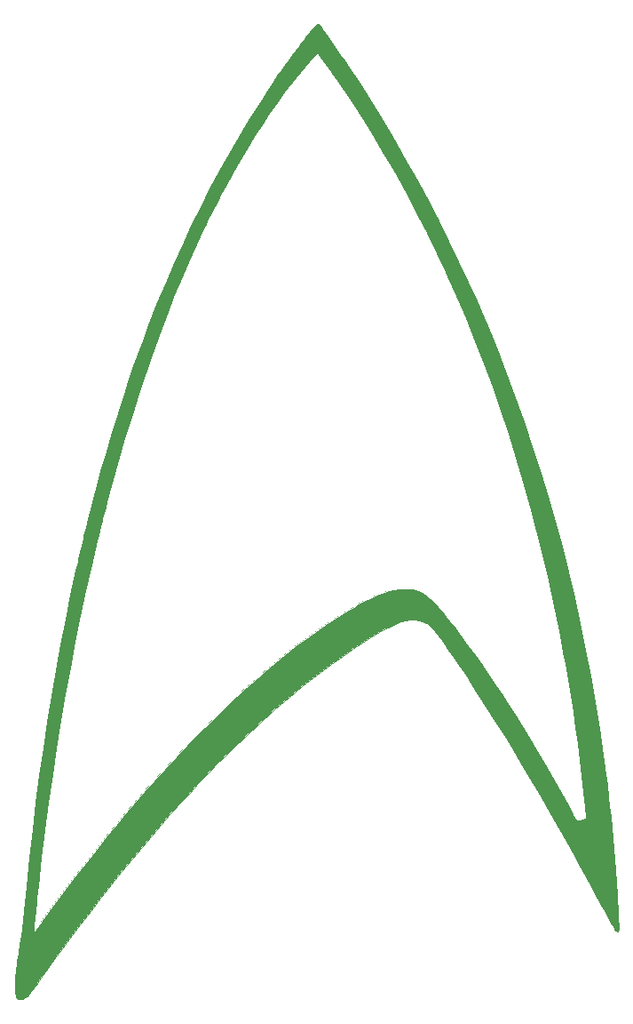
<source format=gbr>
G04 #@! TF.GenerationSoftware,KiCad,Pcbnew,5.1.4-e60b266~84~ubuntu18.04.1*
G04 #@! TF.CreationDate,2019-09-14T19:56:36-06:00*
G04 #@! TF.ProjectId,001,3030312e-6b69-4636-9164-5f7063625858,1*
G04 #@! TF.SameCoordinates,Original*
G04 #@! TF.FileFunction,Legend,Top*
G04 #@! TF.FilePolarity,Positive*
%FSLAX46Y46*%
G04 Gerber Fmt 4.6, Leading zero omitted, Abs format (unit mm)*
G04 Created by KiCad (PCBNEW 5.1.4-e60b266~84~ubuntu18.04.1) date 2019-09-14 19:56:36*
%MOMM*%
%LPD*%
G04 APERTURE LIST*
%ADD10C,0.010000*%
G04 APERTURE END LIST*
D10*
G36*
X138346958Y-39200321D02*
G01*
X138393287Y-39217368D01*
X138396674Y-39219800D01*
X138421970Y-39247766D01*
X138469427Y-39308356D01*
X138537386Y-39399197D01*
X138624190Y-39517916D01*
X138728182Y-39662140D01*
X138847703Y-39829496D01*
X138981096Y-40017611D01*
X139126702Y-40224112D01*
X139282865Y-40446625D01*
X139447926Y-40682778D01*
X139620228Y-40930198D01*
X139798113Y-41186512D01*
X139979922Y-41449346D01*
X140163999Y-41716328D01*
X140348685Y-41985084D01*
X140532323Y-42253242D01*
X140713255Y-42518429D01*
X140889823Y-42778271D01*
X141060369Y-43030395D01*
X141106351Y-43098592D01*
X142241623Y-44813467D01*
X143362099Y-46565761D01*
X144466291Y-48352708D01*
X145552711Y-50171538D01*
X146619870Y-52019485D01*
X147666280Y-53893780D01*
X148690452Y-55791656D01*
X149690899Y-57710345D01*
X150666132Y-59647079D01*
X151614662Y-61599091D01*
X152535001Y-63563612D01*
X153425660Y-65537875D01*
X154285152Y-67519112D01*
X154457876Y-67927092D01*
X155379398Y-70164883D01*
X156268371Y-72428995D01*
X157124506Y-74718340D01*
X157947517Y-77031830D01*
X158737116Y-79368377D01*
X159493014Y-81726892D01*
X160214926Y-84106288D01*
X160902562Y-86505477D01*
X161555636Y-88923370D01*
X162173859Y-91358878D01*
X162756946Y-93810915D01*
X163304607Y-96278392D01*
X163816555Y-98760220D01*
X164292503Y-101255312D01*
X164732163Y-103762580D01*
X165135247Y-106280935D01*
X165501469Y-108809289D01*
X165740262Y-110620259D01*
X165868527Y-111656236D01*
X165988599Y-112671941D01*
X166101122Y-113674089D01*
X166206737Y-114669396D01*
X166306089Y-115664578D01*
X166399819Y-116666352D01*
X166488571Y-117681434D01*
X166572986Y-118716539D01*
X166653709Y-119778384D01*
X166731382Y-120873685D01*
X166755189Y-121224759D01*
X166793161Y-121798068D01*
X166827319Y-122329492D01*
X166857675Y-122819305D01*
X166884241Y-123267782D01*
X166907028Y-123675198D01*
X166926049Y-124041826D01*
X166941315Y-124367943D01*
X166952839Y-124653822D01*
X166960632Y-124899739D01*
X166964707Y-125105967D01*
X166965076Y-125272782D01*
X166961749Y-125400458D01*
X166954740Y-125489270D01*
X166944061Y-125539492D01*
X166943089Y-125541763D01*
X166919565Y-125577261D01*
X166882417Y-125592741D01*
X166830362Y-125595676D01*
X166755765Y-125586118D01*
X166703898Y-125553599D01*
X166698600Y-125548051D01*
X166665524Y-125503935D01*
X166613577Y-125423570D01*
X166543475Y-125308240D01*
X166455931Y-125159225D01*
X166351659Y-124977809D01*
X166231373Y-124765273D01*
X166095788Y-124522901D01*
X165945618Y-124251974D01*
X165781577Y-123953775D01*
X165604379Y-123629585D01*
X165414737Y-123280688D01*
X165213368Y-122908366D01*
X165000983Y-122513901D01*
X164797754Y-122134926D01*
X164040127Y-120728933D01*
X163273910Y-119325459D01*
X162500452Y-117926757D01*
X161721099Y-116535079D01*
X160937202Y-115152677D01*
X160150107Y-113781804D01*
X159361163Y-112424711D01*
X158571719Y-111083651D01*
X157783122Y-109760877D01*
X156996721Y-108458639D01*
X156213865Y-107179192D01*
X155435901Y-105924787D01*
X154664178Y-104697676D01*
X153900044Y-103500112D01*
X153144847Y-102334346D01*
X152399935Y-101202632D01*
X151666658Y-100107221D01*
X151201930Y-99423092D01*
X150937029Y-99036588D01*
X150693479Y-98683901D01*
X150469750Y-98363230D01*
X150264312Y-98072778D01*
X150075633Y-97810743D01*
X149902184Y-97575326D01*
X149742434Y-97364728D01*
X149594852Y-97177149D01*
X149457909Y-97010789D01*
X149330073Y-96863848D01*
X149209814Y-96734527D01*
X149095602Y-96621027D01*
X148985906Y-96521547D01*
X148879195Y-96434287D01*
X148773940Y-96357449D01*
X148668610Y-96289233D01*
X148561675Y-96227838D01*
X148451603Y-96171465D01*
X148426409Y-96159366D01*
X148230343Y-96071284D01*
X148056678Y-96005729D01*
X147893889Y-95959908D01*
X147730453Y-95931026D01*
X147554844Y-95916290D01*
X147409653Y-95912845D01*
X147249864Y-95914685D01*
X147107137Y-95922891D01*
X146968849Y-95939149D01*
X146822379Y-95965148D01*
X146655106Y-96002577D01*
X146556248Y-96026981D01*
X146273443Y-96107491D01*
X145971807Y-96211150D01*
X145650412Y-96338477D01*
X145308332Y-96489992D01*
X144944638Y-96666214D01*
X144558403Y-96867662D01*
X144148700Y-97094857D01*
X143714602Y-97348317D01*
X143255180Y-97628562D01*
X142769508Y-97936112D01*
X142256659Y-98271485D01*
X141715705Y-98635201D01*
X141145718Y-99027779D01*
X140932653Y-99176683D01*
X139572468Y-100152036D01*
X138227152Y-101159714D01*
X136894995Y-102201137D01*
X135574288Y-103277727D01*
X134263320Y-104390906D01*
X132960382Y-105542095D01*
X131663764Y-106732716D01*
X130412856Y-107924321D01*
X129535276Y-108785249D01*
X128654984Y-109669115D01*
X127771154Y-110576885D01*
X126882959Y-111509525D01*
X125989574Y-112467999D01*
X125090171Y-113453273D01*
X124183926Y-114466313D01*
X123270010Y-115508084D01*
X122347599Y-116579552D01*
X121415866Y-117681681D01*
X120473984Y-118815438D01*
X119521128Y-119981787D01*
X118556471Y-121181695D01*
X117579187Y-122416126D01*
X116588450Y-123686047D01*
X115583433Y-124992422D01*
X114563310Y-126336217D01*
X113903173Y-127214926D01*
X113712891Y-127469220D01*
X113545354Y-127693234D01*
X113397961Y-127890595D01*
X113268112Y-128064931D01*
X113153204Y-128219869D01*
X113050638Y-128359035D01*
X112957811Y-128486056D01*
X112872124Y-128604561D01*
X112790975Y-128718176D01*
X112711763Y-128830528D01*
X112631887Y-128945244D01*
X112548747Y-129065952D01*
X112459740Y-129196278D01*
X112362267Y-129339851D01*
X112253726Y-129500296D01*
X112131517Y-129681241D01*
X112081765Y-129754926D01*
X111891868Y-130035711D01*
X111723235Y-130283926D01*
X111573824Y-130502342D01*
X111441594Y-130693730D01*
X111324503Y-130860860D01*
X111220510Y-131006504D01*
X111127574Y-131133433D01*
X111043654Y-131244418D01*
X110966708Y-131342229D01*
X110894694Y-131429638D01*
X110825571Y-131509415D01*
X110757299Y-131584331D01*
X110687835Y-131657158D01*
X110657832Y-131687769D01*
X110509100Y-131830166D01*
X110375765Y-131939364D01*
X110252633Y-132019153D01*
X110134511Y-132073321D01*
X110124570Y-132076854D01*
X110011676Y-132106828D01*
X109913553Y-132109441D01*
X109812999Y-132085076D01*
X109809710Y-132083913D01*
X109706764Y-132029257D01*
X109620451Y-131943228D01*
X109548984Y-131823115D01*
X109490573Y-131666210D01*
X109461885Y-131556901D01*
X109451365Y-131504127D01*
X109443143Y-131443614D01*
X109436983Y-131369872D01*
X109432653Y-131277409D01*
X109429919Y-131160734D01*
X109428547Y-131014356D01*
X109428302Y-130832784D01*
X109428413Y-130770926D01*
X109429852Y-130577449D01*
X109433507Y-130390509D01*
X109439769Y-130206542D01*
X109449030Y-130021985D01*
X109461683Y-129833275D01*
X109478120Y-129636848D01*
X109498732Y-129429142D01*
X109523911Y-129206593D01*
X109554050Y-128965639D01*
X109589541Y-128702716D01*
X109630775Y-128414261D01*
X109678145Y-128096712D01*
X109732042Y-127746504D01*
X109792859Y-127360075D01*
X109827795Y-127140842D01*
X109876508Y-126836107D01*
X109919182Y-126568241D01*
X109956455Y-126332310D01*
X109988963Y-126123380D01*
X110017342Y-125936517D01*
X110042230Y-125766785D01*
X110064261Y-125609252D01*
X110084073Y-125458983D01*
X110102302Y-125311042D01*
X110119585Y-125160497D01*
X110136558Y-125002412D01*
X110153856Y-124831853D01*
X110172118Y-124643886D01*
X110191979Y-124433577D01*
X110214076Y-124195991D01*
X110230479Y-124018759D01*
X110259244Y-123721357D01*
X111914960Y-123721357D01*
X111915802Y-123753735D01*
X111919099Y-123770895D01*
X111923877Y-123775342D01*
X111939452Y-123759477D01*
X111977568Y-123714875D01*
X112034533Y-123646029D01*
X112106659Y-123557429D01*
X112190255Y-123453566D01*
X112258635Y-123367884D01*
X112427003Y-123154737D01*
X112618965Y-122909056D01*
X112834716Y-122630584D01*
X113074453Y-122319066D01*
X113338372Y-121974247D01*
X113626670Y-121595870D01*
X113939543Y-121183679D01*
X114156807Y-120896676D01*
X115341817Y-119347103D01*
X116522787Y-117837708D01*
X117701264Y-116366706D01*
X118878793Y-114932310D01*
X120056917Y-113532736D01*
X121237182Y-112166198D01*
X122421133Y-110830910D01*
X123610315Y-109525088D01*
X124806272Y-108246944D01*
X126010549Y-106994694D01*
X127224692Y-105766553D01*
X127389318Y-105602626D01*
X128430630Y-104580201D01*
X129458192Y-103596620D01*
X130473027Y-102651055D01*
X131476153Y-101742677D01*
X132468591Y-100870657D01*
X133451361Y-100034166D01*
X134425484Y-99232375D01*
X135391979Y-98464455D01*
X136351867Y-97729577D01*
X137306167Y-97026913D01*
X138255901Y-96355633D01*
X139202089Y-95714908D01*
X140145750Y-95103910D01*
X140847986Y-94667397D01*
X141382373Y-94347024D01*
X141889070Y-94055668D01*
X142370303Y-93792394D01*
X142828300Y-93556268D01*
X143265286Y-93346354D01*
X143683489Y-93161718D01*
X144085136Y-93001426D01*
X144472453Y-92864542D01*
X144847666Y-92750132D01*
X145213003Y-92657261D01*
X145570689Y-92584995D01*
X145922953Y-92532398D01*
X145938570Y-92530496D01*
X146069549Y-92518806D01*
X146230143Y-92510902D01*
X146410286Y-92506706D01*
X146599912Y-92506142D01*
X146788954Y-92509132D01*
X146967348Y-92515599D01*
X147125028Y-92525465D01*
X147251927Y-92538654D01*
X147266199Y-92540692D01*
X147506839Y-92583322D01*
X147738668Y-92639139D01*
X147963895Y-92709798D01*
X148184728Y-92796953D01*
X148403378Y-92902261D01*
X148622051Y-93027376D01*
X148842959Y-93173952D01*
X149068308Y-93343645D01*
X149300309Y-93538110D01*
X149541170Y-93759002D01*
X149793099Y-94007976D01*
X150058307Y-94286687D01*
X150339001Y-94596789D01*
X150637390Y-94939939D01*
X150927467Y-95283881D01*
X151321088Y-95764787D01*
X151731374Y-96282250D01*
X152157134Y-96834447D01*
X152597175Y-97419552D01*
X153050304Y-98035741D01*
X153515331Y-98681190D01*
X153991062Y-99354072D01*
X154476306Y-100052565D01*
X154969871Y-100774842D01*
X155470565Y-101519080D01*
X155977196Y-102283453D01*
X156488571Y-103066137D01*
X157003499Y-103865307D01*
X157520787Y-104679139D01*
X158039243Y-105505808D01*
X158557676Y-106343488D01*
X159074894Y-107190356D01*
X159589704Y-108044586D01*
X160100914Y-108904354D01*
X160607332Y-109767835D01*
X161107766Y-110633205D01*
X161601025Y-111498638D01*
X162085916Y-112362311D01*
X162094149Y-112377092D01*
X162280763Y-112711517D01*
X162453728Y-113020166D01*
X162612411Y-113301939D01*
X162756177Y-113555739D01*
X162884393Y-113780467D01*
X162996426Y-113975024D01*
X163091640Y-114138312D01*
X163169402Y-114269233D01*
X163229079Y-114366688D01*
X163270036Y-114429578D01*
X163291639Y-114456805D01*
X163294667Y-114457541D01*
X163293744Y-114435538D01*
X163288108Y-114379110D01*
X163278596Y-114295799D01*
X163266046Y-114193146D01*
X163259870Y-114144509D01*
X163252019Y-114080521D01*
X163239887Y-113977768D01*
X163223848Y-113839559D01*
X163204278Y-113669206D01*
X163181551Y-113470018D01*
X163156044Y-113245306D01*
X163128131Y-112998380D01*
X163098188Y-112732552D01*
X163066589Y-112451131D01*
X163033711Y-112157428D01*
X162999928Y-111854754D01*
X162977957Y-111657426D01*
X162917071Y-111112186D01*
X162859889Y-110604846D01*
X162805888Y-110131185D01*
X162754544Y-109686982D01*
X162705332Y-109268015D01*
X162657727Y-108870063D01*
X162611205Y-108488905D01*
X162565242Y-108120320D01*
X162519314Y-107760085D01*
X162472895Y-107403980D01*
X162425462Y-107047784D01*
X162376491Y-106687275D01*
X162325455Y-106318232D01*
X162271832Y-105936434D01*
X162235116Y-105677842D01*
X161872239Y-103263430D01*
X161471873Y-100847856D01*
X161034743Y-98434393D01*
X160561573Y-96026312D01*
X160053090Y-93626887D01*
X159510016Y-91239390D01*
X158933077Y-88867092D01*
X158322998Y-86513267D01*
X157680502Y-84181187D01*
X157006316Y-81874124D01*
X156846657Y-81346759D01*
X156774836Y-81111260D01*
X156709922Y-80898910D01*
X156650322Y-80704661D01*
X156594444Y-80523466D01*
X156540693Y-80350275D01*
X156487478Y-80180042D01*
X156433205Y-80007719D01*
X156376281Y-79828257D01*
X156315112Y-79636610D01*
X156248107Y-79427730D01*
X156173671Y-79196568D01*
X156090212Y-78938076D01*
X155996136Y-78647208D01*
X155938156Y-78468092D01*
X155307354Y-76566821D01*
X154644515Y-74659837D01*
X153952139Y-72753594D01*
X153232723Y-70854545D01*
X152488766Y-68969146D01*
X151722765Y-67103848D01*
X150937220Y-65265108D01*
X150134628Y-63459377D01*
X150092097Y-63365676D01*
X149452061Y-61979319D01*
X148792356Y-60593718D01*
X148116163Y-59215113D01*
X147426665Y-57849745D01*
X146727042Y-56503854D01*
X146020476Y-55183681D01*
X145310149Y-53895466D01*
X144842139Y-53068092D01*
X144529193Y-52522981D01*
X144223909Y-51996330D01*
X143924304Y-51485029D01*
X143628395Y-50985965D01*
X143334200Y-50496027D01*
X143039735Y-50012104D01*
X142743019Y-49531084D01*
X142442069Y-49049855D01*
X142134902Y-48565306D01*
X141819535Y-48074326D01*
X141493986Y-47573803D01*
X141156273Y-47060626D01*
X140804412Y-46531683D01*
X140436422Y-45983862D01*
X140050319Y-45414053D01*
X139644120Y-44819143D01*
X139215844Y-44196021D01*
X138869144Y-43694116D01*
X138730026Y-43494236D01*
X138609755Y-43327485D01*
X138504477Y-43193780D01*
X138410338Y-43093042D01*
X138323486Y-43025191D01*
X138240066Y-42990146D01*
X138156227Y-42987828D01*
X138068115Y-43018155D01*
X137971877Y-43081048D01*
X137863659Y-43176427D01*
X137739608Y-43304210D01*
X137595872Y-43464319D01*
X137428596Y-43656672D01*
X137422270Y-43663984D01*
X137207143Y-43917587D01*
X136972282Y-44203464D01*
X136720365Y-44517976D01*
X136454069Y-44857481D01*
X136176071Y-45218340D01*
X135889049Y-45596912D01*
X135595678Y-45989557D01*
X135298638Y-46392635D01*
X135000605Y-46802506D01*
X134704256Y-47215528D01*
X134412268Y-47628063D01*
X134127319Y-48036469D01*
X133852086Y-48437107D01*
X133589246Y-48826335D01*
X133341476Y-49200515D01*
X133270650Y-49309035D01*
X132544650Y-50446650D01*
X131836306Y-51599968D01*
X131143300Y-52773105D01*
X130463315Y-53970178D01*
X129794031Y-55195304D01*
X129133133Y-56452598D01*
X128478300Y-57746178D01*
X128186274Y-58338592D01*
X127442102Y-59894242D01*
X126711383Y-61489846D01*
X125994190Y-63125195D01*
X125290598Y-64800081D01*
X124600680Y-66514293D01*
X123924512Y-68267622D01*
X123262168Y-70059859D01*
X122613721Y-71890794D01*
X121979246Y-73760219D01*
X121358817Y-75667924D01*
X120752509Y-77613699D01*
X120160395Y-79597335D01*
X119582550Y-81618623D01*
X119019049Y-83677354D01*
X118508693Y-85622426D01*
X118460738Y-85809487D01*
X118415815Y-85985702D01*
X118375089Y-86146432D01*
X118339724Y-86287041D01*
X118310882Y-86402892D01*
X118289728Y-86489347D01*
X118277426Y-86541768D01*
X118274960Y-86553759D01*
X118267755Y-86587283D01*
X118251480Y-86657342D01*
X118227232Y-86759380D01*
X118196110Y-86888839D01*
X118159212Y-87041162D01*
X118117637Y-87211789D01*
X118072485Y-87396165D01*
X118042816Y-87516842D01*
X117420697Y-90104648D01*
X116831487Y-92680891D01*
X116276216Y-95241012D01*
X116000983Y-96565592D01*
X115808959Y-97511230D01*
X115622940Y-98442513D01*
X115442573Y-99361737D01*
X115267505Y-100271196D01*
X115097385Y-101173185D01*
X114931861Y-102069998D01*
X114770580Y-102963929D01*
X114613190Y-103857275D01*
X114459339Y-104752328D01*
X114308674Y-105651384D01*
X114160844Y-106556738D01*
X114015496Y-107470684D01*
X113872278Y-108395516D01*
X113730839Y-109333529D01*
X113590824Y-110287019D01*
X113451884Y-111258279D01*
X113313665Y-112249604D01*
X113175814Y-113263288D01*
X113037981Y-114301628D01*
X112899812Y-115366916D01*
X112760956Y-116461448D01*
X112621061Y-117587518D01*
X112479773Y-118747421D01*
X112336742Y-119943451D01*
X112191614Y-121177904D01*
X112093415Y-122024293D01*
X112056739Y-122342921D01*
X112024877Y-122621955D01*
X111997593Y-122863833D01*
X111974651Y-123070992D01*
X111955815Y-123245871D01*
X111940848Y-123390905D01*
X111929515Y-123508534D01*
X111921580Y-123601193D01*
X111916807Y-123671322D01*
X111914960Y-123721357D01*
X110259244Y-123721357D01*
X110494652Y-121287476D01*
X110778385Y-118593260D01*
X111081756Y-115935590D01*
X111404845Y-113313949D01*
X111747731Y-110727817D01*
X112110494Y-108176675D01*
X112493211Y-105660004D01*
X112895964Y-103177286D01*
X113318830Y-100728002D01*
X113761889Y-98311632D01*
X114225221Y-95927658D01*
X114708904Y-93575560D01*
X115213017Y-91254821D01*
X115267945Y-91009342D01*
X115329528Y-90736360D01*
X115395623Y-90446053D01*
X115465300Y-90142345D01*
X115537631Y-89829157D01*
X115611687Y-89510413D01*
X115686539Y-89190035D01*
X115761257Y-88871947D01*
X115834914Y-88560070D01*
X115906581Y-88258327D01*
X115975327Y-87970642D01*
X116040226Y-87700936D01*
X116100347Y-87453132D01*
X116154763Y-87231154D01*
X116202543Y-87038923D01*
X116242760Y-86880363D01*
X116272863Y-86765426D01*
X116293011Y-86689414D01*
X116321932Y-86579002D01*
X116357910Y-86440799D01*
X116399230Y-86281418D01*
X116444179Y-86107471D01*
X116491040Y-85925570D01*
X116528136Y-85781176D01*
X116882944Y-84415580D01*
X117236976Y-83088000D01*
X117591483Y-81794166D01*
X117947716Y-80529809D01*
X118306927Y-79290660D01*
X118670367Y-78072448D01*
X119039288Y-76870905D01*
X119414941Y-75681762D01*
X119798578Y-74500749D01*
X120101903Y-73589176D01*
X120799047Y-71561993D01*
X121515023Y-69572066D01*
X122250221Y-67618545D01*
X123005031Y-65700581D01*
X123779843Y-63817323D01*
X124575047Y-61967923D01*
X125391034Y-60151530D01*
X126228192Y-58367296D01*
X127086913Y-56614370D01*
X127967586Y-54891902D01*
X128870601Y-53199044D01*
X129796348Y-51534946D01*
X130745218Y-49898757D01*
X131714283Y-48295009D01*
X132015896Y-47810390D01*
X132333653Y-47308276D01*
X132664994Y-46792404D01*
X133007361Y-46266512D01*
X133358195Y-45734336D01*
X133714937Y-45199612D01*
X134075029Y-44666079D01*
X134435911Y-44137473D01*
X134795025Y-43617531D01*
X135149812Y-43109989D01*
X135497713Y-42618586D01*
X135836169Y-42147056D01*
X136162621Y-41699139D01*
X136474511Y-41278570D01*
X136769279Y-40889086D01*
X136914189Y-40701051D01*
X136991864Y-40600308D01*
X137059755Y-40511029D01*
X137113876Y-40438555D01*
X137150243Y-40388228D01*
X137164872Y-40365391D01*
X137164986Y-40364850D01*
X137178005Y-40342742D01*
X137214296Y-40293484D01*
X137269709Y-40222179D01*
X137340096Y-40133930D01*
X137421308Y-40033839D01*
X137509195Y-39927009D01*
X137599609Y-39818543D01*
X137688400Y-39713543D01*
X137771420Y-39617112D01*
X137793902Y-39591389D01*
X137915290Y-39456585D01*
X138015980Y-39353252D01*
X138099758Y-39278325D01*
X138170411Y-39228742D01*
X138231725Y-39201438D01*
X138285818Y-39193342D01*
X138346958Y-39200321D01*
X138346958Y-39200321D01*
G37*
X138346958Y-39200321D02*
X138393287Y-39217368D01*
X138396674Y-39219800D01*
X138421970Y-39247766D01*
X138469427Y-39308356D01*
X138537386Y-39399197D01*
X138624190Y-39517916D01*
X138728182Y-39662140D01*
X138847703Y-39829496D01*
X138981096Y-40017611D01*
X139126702Y-40224112D01*
X139282865Y-40446625D01*
X139447926Y-40682778D01*
X139620228Y-40930198D01*
X139798113Y-41186512D01*
X139979922Y-41449346D01*
X140163999Y-41716328D01*
X140348685Y-41985084D01*
X140532323Y-42253242D01*
X140713255Y-42518429D01*
X140889823Y-42778271D01*
X141060369Y-43030395D01*
X141106351Y-43098592D01*
X142241623Y-44813467D01*
X143362099Y-46565761D01*
X144466291Y-48352708D01*
X145552711Y-50171538D01*
X146619870Y-52019485D01*
X147666280Y-53893780D01*
X148690452Y-55791656D01*
X149690899Y-57710345D01*
X150666132Y-59647079D01*
X151614662Y-61599091D01*
X152535001Y-63563612D01*
X153425660Y-65537875D01*
X154285152Y-67519112D01*
X154457876Y-67927092D01*
X155379398Y-70164883D01*
X156268371Y-72428995D01*
X157124506Y-74718340D01*
X157947517Y-77031830D01*
X158737116Y-79368377D01*
X159493014Y-81726892D01*
X160214926Y-84106288D01*
X160902562Y-86505477D01*
X161555636Y-88923370D01*
X162173859Y-91358878D01*
X162756946Y-93810915D01*
X163304607Y-96278392D01*
X163816555Y-98760220D01*
X164292503Y-101255312D01*
X164732163Y-103762580D01*
X165135247Y-106280935D01*
X165501469Y-108809289D01*
X165740262Y-110620259D01*
X165868527Y-111656236D01*
X165988599Y-112671941D01*
X166101122Y-113674089D01*
X166206737Y-114669396D01*
X166306089Y-115664578D01*
X166399819Y-116666352D01*
X166488571Y-117681434D01*
X166572986Y-118716539D01*
X166653709Y-119778384D01*
X166731382Y-120873685D01*
X166755189Y-121224759D01*
X166793161Y-121798068D01*
X166827319Y-122329492D01*
X166857675Y-122819305D01*
X166884241Y-123267782D01*
X166907028Y-123675198D01*
X166926049Y-124041826D01*
X166941315Y-124367943D01*
X166952839Y-124653822D01*
X166960632Y-124899739D01*
X166964707Y-125105967D01*
X166965076Y-125272782D01*
X166961749Y-125400458D01*
X166954740Y-125489270D01*
X166944061Y-125539492D01*
X166943089Y-125541763D01*
X166919565Y-125577261D01*
X166882417Y-125592741D01*
X166830362Y-125595676D01*
X166755765Y-125586118D01*
X166703898Y-125553599D01*
X166698600Y-125548051D01*
X166665524Y-125503935D01*
X166613577Y-125423570D01*
X166543475Y-125308240D01*
X166455931Y-125159225D01*
X166351659Y-124977809D01*
X166231373Y-124765273D01*
X166095788Y-124522901D01*
X165945618Y-124251974D01*
X165781577Y-123953775D01*
X165604379Y-123629585D01*
X165414737Y-123280688D01*
X165213368Y-122908366D01*
X165000983Y-122513901D01*
X164797754Y-122134926D01*
X164040127Y-120728933D01*
X163273910Y-119325459D01*
X162500452Y-117926757D01*
X161721099Y-116535079D01*
X160937202Y-115152677D01*
X160150107Y-113781804D01*
X159361163Y-112424711D01*
X158571719Y-111083651D01*
X157783122Y-109760877D01*
X156996721Y-108458639D01*
X156213865Y-107179192D01*
X155435901Y-105924787D01*
X154664178Y-104697676D01*
X153900044Y-103500112D01*
X153144847Y-102334346D01*
X152399935Y-101202632D01*
X151666658Y-100107221D01*
X151201930Y-99423092D01*
X150937029Y-99036588D01*
X150693479Y-98683901D01*
X150469750Y-98363230D01*
X150264312Y-98072778D01*
X150075633Y-97810743D01*
X149902184Y-97575326D01*
X149742434Y-97364728D01*
X149594852Y-97177149D01*
X149457909Y-97010789D01*
X149330073Y-96863848D01*
X149209814Y-96734527D01*
X149095602Y-96621027D01*
X148985906Y-96521547D01*
X148879195Y-96434287D01*
X148773940Y-96357449D01*
X148668610Y-96289233D01*
X148561675Y-96227838D01*
X148451603Y-96171465D01*
X148426409Y-96159366D01*
X148230343Y-96071284D01*
X148056678Y-96005729D01*
X147893889Y-95959908D01*
X147730453Y-95931026D01*
X147554844Y-95916290D01*
X147409653Y-95912845D01*
X147249864Y-95914685D01*
X147107137Y-95922891D01*
X146968849Y-95939149D01*
X146822379Y-95965148D01*
X146655106Y-96002577D01*
X146556248Y-96026981D01*
X146273443Y-96107491D01*
X145971807Y-96211150D01*
X145650412Y-96338477D01*
X145308332Y-96489992D01*
X144944638Y-96666214D01*
X144558403Y-96867662D01*
X144148700Y-97094857D01*
X143714602Y-97348317D01*
X143255180Y-97628562D01*
X142769508Y-97936112D01*
X142256659Y-98271485D01*
X141715705Y-98635201D01*
X141145718Y-99027779D01*
X140932653Y-99176683D01*
X139572468Y-100152036D01*
X138227152Y-101159714D01*
X136894995Y-102201137D01*
X135574288Y-103277727D01*
X134263320Y-104390906D01*
X132960382Y-105542095D01*
X131663764Y-106732716D01*
X130412856Y-107924321D01*
X129535276Y-108785249D01*
X128654984Y-109669115D01*
X127771154Y-110576885D01*
X126882959Y-111509525D01*
X125989574Y-112467999D01*
X125090171Y-113453273D01*
X124183926Y-114466313D01*
X123270010Y-115508084D01*
X122347599Y-116579552D01*
X121415866Y-117681681D01*
X120473984Y-118815438D01*
X119521128Y-119981787D01*
X118556471Y-121181695D01*
X117579187Y-122416126D01*
X116588450Y-123686047D01*
X115583433Y-124992422D01*
X114563310Y-126336217D01*
X113903173Y-127214926D01*
X113712891Y-127469220D01*
X113545354Y-127693234D01*
X113397961Y-127890595D01*
X113268112Y-128064931D01*
X113153204Y-128219869D01*
X113050638Y-128359035D01*
X112957811Y-128486056D01*
X112872124Y-128604561D01*
X112790975Y-128718176D01*
X112711763Y-128830528D01*
X112631887Y-128945244D01*
X112548747Y-129065952D01*
X112459740Y-129196278D01*
X112362267Y-129339851D01*
X112253726Y-129500296D01*
X112131517Y-129681241D01*
X112081765Y-129754926D01*
X111891868Y-130035711D01*
X111723235Y-130283926D01*
X111573824Y-130502342D01*
X111441594Y-130693730D01*
X111324503Y-130860860D01*
X111220510Y-131006504D01*
X111127574Y-131133433D01*
X111043654Y-131244418D01*
X110966708Y-131342229D01*
X110894694Y-131429638D01*
X110825571Y-131509415D01*
X110757299Y-131584331D01*
X110687835Y-131657158D01*
X110657832Y-131687769D01*
X110509100Y-131830166D01*
X110375765Y-131939364D01*
X110252633Y-132019153D01*
X110134511Y-132073321D01*
X110124570Y-132076854D01*
X110011676Y-132106828D01*
X109913553Y-132109441D01*
X109812999Y-132085076D01*
X109809710Y-132083913D01*
X109706764Y-132029257D01*
X109620451Y-131943228D01*
X109548984Y-131823115D01*
X109490573Y-131666210D01*
X109461885Y-131556901D01*
X109451365Y-131504127D01*
X109443143Y-131443614D01*
X109436983Y-131369872D01*
X109432653Y-131277409D01*
X109429919Y-131160734D01*
X109428547Y-131014356D01*
X109428302Y-130832784D01*
X109428413Y-130770926D01*
X109429852Y-130577449D01*
X109433507Y-130390509D01*
X109439769Y-130206542D01*
X109449030Y-130021985D01*
X109461683Y-129833275D01*
X109478120Y-129636848D01*
X109498732Y-129429142D01*
X109523911Y-129206593D01*
X109554050Y-128965639D01*
X109589541Y-128702716D01*
X109630775Y-128414261D01*
X109678145Y-128096712D01*
X109732042Y-127746504D01*
X109792859Y-127360075D01*
X109827795Y-127140842D01*
X109876508Y-126836107D01*
X109919182Y-126568241D01*
X109956455Y-126332310D01*
X109988963Y-126123380D01*
X110017342Y-125936517D01*
X110042230Y-125766785D01*
X110064261Y-125609252D01*
X110084073Y-125458983D01*
X110102302Y-125311042D01*
X110119585Y-125160497D01*
X110136558Y-125002412D01*
X110153856Y-124831853D01*
X110172118Y-124643886D01*
X110191979Y-124433577D01*
X110214076Y-124195991D01*
X110230479Y-124018759D01*
X110259244Y-123721357D01*
X111914960Y-123721357D01*
X111915802Y-123753735D01*
X111919099Y-123770895D01*
X111923877Y-123775342D01*
X111939452Y-123759477D01*
X111977568Y-123714875D01*
X112034533Y-123646029D01*
X112106659Y-123557429D01*
X112190255Y-123453566D01*
X112258635Y-123367884D01*
X112427003Y-123154737D01*
X112618965Y-122909056D01*
X112834716Y-122630584D01*
X113074453Y-122319066D01*
X113338372Y-121974247D01*
X113626670Y-121595870D01*
X113939543Y-121183679D01*
X114156807Y-120896676D01*
X115341817Y-119347103D01*
X116522787Y-117837708D01*
X117701264Y-116366706D01*
X118878793Y-114932310D01*
X120056917Y-113532736D01*
X121237182Y-112166198D01*
X122421133Y-110830910D01*
X123610315Y-109525088D01*
X124806272Y-108246944D01*
X126010549Y-106994694D01*
X127224692Y-105766553D01*
X127389318Y-105602626D01*
X128430630Y-104580201D01*
X129458192Y-103596620D01*
X130473027Y-102651055D01*
X131476153Y-101742677D01*
X132468591Y-100870657D01*
X133451361Y-100034166D01*
X134425484Y-99232375D01*
X135391979Y-98464455D01*
X136351867Y-97729577D01*
X137306167Y-97026913D01*
X138255901Y-96355633D01*
X139202089Y-95714908D01*
X140145750Y-95103910D01*
X140847986Y-94667397D01*
X141382373Y-94347024D01*
X141889070Y-94055668D01*
X142370303Y-93792394D01*
X142828300Y-93556268D01*
X143265286Y-93346354D01*
X143683489Y-93161718D01*
X144085136Y-93001426D01*
X144472453Y-92864542D01*
X144847666Y-92750132D01*
X145213003Y-92657261D01*
X145570689Y-92584995D01*
X145922953Y-92532398D01*
X145938570Y-92530496D01*
X146069549Y-92518806D01*
X146230143Y-92510902D01*
X146410286Y-92506706D01*
X146599912Y-92506142D01*
X146788954Y-92509132D01*
X146967348Y-92515599D01*
X147125028Y-92525465D01*
X147251927Y-92538654D01*
X147266199Y-92540692D01*
X147506839Y-92583322D01*
X147738668Y-92639139D01*
X147963895Y-92709798D01*
X148184728Y-92796953D01*
X148403378Y-92902261D01*
X148622051Y-93027376D01*
X148842959Y-93173952D01*
X149068308Y-93343645D01*
X149300309Y-93538110D01*
X149541170Y-93759002D01*
X149793099Y-94007976D01*
X150058307Y-94286687D01*
X150339001Y-94596789D01*
X150637390Y-94939939D01*
X150927467Y-95283881D01*
X151321088Y-95764787D01*
X151731374Y-96282250D01*
X152157134Y-96834447D01*
X152597175Y-97419552D01*
X153050304Y-98035741D01*
X153515331Y-98681190D01*
X153991062Y-99354072D01*
X154476306Y-100052565D01*
X154969871Y-100774842D01*
X155470565Y-101519080D01*
X155977196Y-102283453D01*
X156488571Y-103066137D01*
X157003499Y-103865307D01*
X157520787Y-104679139D01*
X158039243Y-105505808D01*
X158557676Y-106343488D01*
X159074894Y-107190356D01*
X159589704Y-108044586D01*
X160100914Y-108904354D01*
X160607332Y-109767835D01*
X161107766Y-110633205D01*
X161601025Y-111498638D01*
X162085916Y-112362311D01*
X162094149Y-112377092D01*
X162280763Y-112711517D01*
X162453728Y-113020166D01*
X162612411Y-113301939D01*
X162756177Y-113555739D01*
X162884393Y-113780467D01*
X162996426Y-113975024D01*
X163091640Y-114138312D01*
X163169402Y-114269233D01*
X163229079Y-114366688D01*
X163270036Y-114429578D01*
X163291639Y-114456805D01*
X163294667Y-114457541D01*
X163293744Y-114435538D01*
X163288108Y-114379110D01*
X163278596Y-114295799D01*
X163266046Y-114193146D01*
X163259870Y-114144509D01*
X163252019Y-114080521D01*
X163239887Y-113977768D01*
X163223848Y-113839559D01*
X163204278Y-113669206D01*
X163181551Y-113470018D01*
X163156044Y-113245306D01*
X163128131Y-112998380D01*
X163098188Y-112732552D01*
X163066589Y-112451131D01*
X163033711Y-112157428D01*
X162999928Y-111854754D01*
X162977957Y-111657426D01*
X162917071Y-111112186D01*
X162859889Y-110604846D01*
X162805888Y-110131185D01*
X162754544Y-109686982D01*
X162705332Y-109268015D01*
X162657727Y-108870063D01*
X162611205Y-108488905D01*
X162565242Y-108120320D01*
X162519314Y-107760085D01*
X162472895Y-107403980D01*
X162425462Y-107047784D01*
X162376491Y-106687275D01*
X162325455Y-106318232D01*
X162271832Y-105936434D01*
X162235116Y-105677842D01*
X161872239Y-103263430D01*
X161471873Y-100847856D01*
X161034743Y-98434393D01*
X160561573Y-96026312D01*
X160053090Y-93626887D01*
X159510016Y-91239390D01*
X158933077Y-88867092D01*
X158322998Y-86513267D01*
X157680502Y-84181187D01*
X157006316Y-81874124D01*
X156846657Y-81346759D01*
X156774836Y-81111260D01*
X156709922Y-80898910D01*
X156650322Y-80704661D01*
X156594444Y-80523466D01*
X156540693Y-80350275D01*
X156487478Y-80180042D01*
X156433205Y-80007719D01*
X156376281Y-79828257D01*
X156315112Y-79636610D01*
X156248107Y-79427730D01*
X156173671Y-79196568D01*
X156090212Y-78938076D01*
X155996136Y-78647208D01*
X155938156Y-78468092D01*
X155307354Y-76566821D01*
X154644515Y-74659837D01*
X153952139Y-72753594D01*
X153232723Y-70854545D01*
X152488766Y-68969146D01*
X151722765Y-67103848D01*
X150937220Y-65265108D01*
X150134628Y-63459377D01*
X150092097Y-63365676D01*
X149452061Y-61979319D01*
X148792356Y-60593718D01*
X148116163Y-59215113D01*
X147426665Y-57849745D01*
X146727042Y-56503854D01*
X146020476Y-55183681D01*
X145310149Y-53895466D01*
X144842139Y-53068092D01*
X144529193Y-52522981D01*
X144223909Y-51996330D01*
X143924304Y-51485029D01*
X143628395Y-50985965D01*
X143334200Y-50496027D01*
X143039735Y-50012104D01*
X142743019Y-49531084D01*
X142442069Y-49049855D01*
X142134902Y-48565306D01*
X141819535Y-48074326D01*
X141493986Y-47573803D01*
X141156273Y-47060626D01*
X140804412Y-46531683D01*
X140436422Y-45983862D01*
X140050319Y-45414053D01*
X139644120Y-44819143D01*
X139215844Y-44196021D01*
X138869144Y-43694116D01*
X138730026Y-43494236D01*
X138609755Y-43327485D01*
X138504477Y-43193780D01*
X138410338Y-43093042D01*
X138323486Y-43025191D01*
X138240066Y-42990146D01*
X138156227Y-42987828D01*
X138068115Y-43018155D01*
X137971877Y-43081048D01*
X137863659Y-43176427D01*
X137739608Y-43304210D01*
X137595872Y-43464319D01*
X137428596Y-43656672D01*
X137422270Y-43663984D01*
X137207143Y-43917587D01*
X136972282Y-44203464D01*
X136720365Y-44517976D01*
X136454069Y-44857481D01*
X136176071Y-45218340D01*
X135889049Y-45596912D01*
X135595678Y-45989557D01*
X135298638Y-46392635D01*
X135000605Y-46802506D01*
X134704256Y-47215528D01*
X134412268Y-47628063D01*
X134127319Y-48036469D01*
X133852086Y-48437107D01*
X133589246Y-48826335D01*
X133341476Y-49200515D01*
X133270650Y-49309035D01*
X132544650Y-50446650D01*
X131836306Y-51599968D01*
X131143300Y-52773105D01*
X130463315Y-53970178D01*
X129794031Y-55195304D01*
X129133133Y-56452598D01*
X128478300Y-57746178D01*
X128186274Y-58338592D01*
X127442102Y-59894242D01*
X126711383Y-61489846D01*
X125994190Y-63125195D01*
X125290598Y-64800081D01*
X124600680Y-66514293D01*
X123924512Y-68267622D01*
X123262168Y-70059859D01*
X122613721Y-71890794D01*
X121979246Y-73760219D01*
X121358817Y-75667924D01*
X120752509Y-77613699D01*
X120160395Y-79597335D01*
X119582550Y-81618623D01*
X119019049Y-83677354D01*
X118508693Y-85622426D01*
X118460738Y-85809487D01*
X118415815Y-85985702D01*
X118375089Y-86146432D01*
X118339724Y-86287041D01*
X118310882Y-86402892D01*
X118289728Y-86489347D01*
X118277426Y-86541768D01*
X118274960Y-86553759D01*
X118267755Y-86587283D01*
X118251480Y-86657342D01*
X118227232Y-86759380D01*
X118196110Y-86888839D01*
X118159212Y-87041162D01*
X118117637Y-87211789D01*
X118072485Y-87396165D01*
X118042816Y-87516842D01*
X117420697Y-90104648D01*
X116831487Y-92680891D01*
X116276216Y-95241012D01*
X116000983Y-96565592D01*
X115808959Y-97511230D01*
X115622940Y-98442513D01*
X115442573Y-99361737D01*
X115267505Y-100271196D01*
X115097385Y-101173185D01*
X114931861Y-102069998D01*
X114770580Y-102963929D01*
X114613190Y-103857275D01*
X114459339Y-104752328D01*
X114308674Y-105651384D01*
X114160844Y-106556738D01*
X114015496Y-107470684D01*
X113872278Y-108395516D01*
X113730839Y-109333529D01*
X113590824Y-110287019D01*
X113451884Y-111258279D01*
X113313665Y-112249604D01*
X113175814Y-113263288D01*
X113037981Y-114301628D01*
X112899812Y-115366916D01*
X112760956Y-116461448D01*
X112621061Y-117587518D01*
X112479773Y-118747421D01*
X112336742Y-119943451D01*
X112191614Y-121177904D01*
X112093415Y-122024293D01*
X112056739Y-122342921D01*
X112024877Y-122621955D01*
X111997593Y-122863833D01*
X111974651Y-123070992D01*
X111955815Y-123245871D01*
X111940848Y-123390905D01*
X111929515Y-123508534D01*
X111921580Y-123601193D01*
X111916807Y-123671322D01*
X111914960Y-123721357D01*
X110259244Y-123721357D01*
X110494652Y-121287476D01*
X110778385Y-118593260D01*
X111081756Y-115935590D01*
X111404845Y-113313949D01*
X111747731Y-110727817D01*
X112110494Y-108176675D01*
X112493211Y-105660004D01*
X112895964Y-103177286D01*
X113318830Y-100728002D01*
X113761889Y-98311632D01*
X114225221Y-95927658D01*
X114708904Y-93575560D01*
X115213017Y-91254821D01*
X115267945Y-91009342D01*
X115329528Y-90736360D01*
X115395623Y-90446053D01*
X115465300Y-90142345D01*
X115537631Y-89829157D01*
X115611687Y-89510413D01*
X115686539Y-89190035D01*
X115761257Y-88871947D01*
X115834914Y-88560070D01*
X115906581Y-88258327D01*
X115975327Y-87970642D01*
X116040226Y-87700936D01*
X116100347Y-87453132D01*
X116154763Y-87231154D01*
X116202543Y-87038923D01*
X116242760Y-86880363D01*
X116272863Y-86765426D01*
X116293011Y-86689414D01*
X116321932Y-86579002D01*
X116357910Y-86440799D01*
X116399230Y-86281418D01*
X116444179Y-86107471D01*
X116491040Y-85925570D01*
X116528136Y-85781176D01*
X116882944Y-84415580D01*
X117236976Y-83088000D01*
X117591483Y-81794166D01*
X117947716Y-80529809D01*
X118306927Y-79290660D01*
X118670367Y-78072448D01*
X119039288Y-76870905D01*
X119414941Y-75681762D01*
X119798578Y-74500749D01*
X120101903Y-73589176D01*
X120799047Y-71561993D01*
X121515023Y-69572066D01*
X122250221Y-67618545D01*
X123005031Y-65700581D01*
X123779843Y-63817323D01*
X124575047Y-61967923D01*
X125391034Y-60151530D01*
X126228192Y-58367296D01*
X127086913Y-56614370D01*
X127967586Y-54891902D01*
X128870601Y-53199044D01*
X129796348Y-51534946D01*
X130745218Y-49898757D01*
X131714283Y-48295009D01*
X132015896Y-47810390D01*
X132333653Y-47308276D01*
X132664994Y-46792404D01*
X133007361Y-46266512D01*
X133358195Y-45734336D01*
X133714937Y-45199612D01*
X134075029Y-44666079D01*
X134435911Y-44137473D01*
X134795025Y-43617531D01*
X135149812Y-43109989D01*
X135497713Y-42618586D01*
X135836169Y-42147056D01*
X136162621Y-41699139D01*
X136474511Y-41278570D01*
X136769279Y-40889086D01*
X136914189Y-40701051D01*
X136991864Y-40600308D01*
X137059755Y-40511029D01*
X137113876Y-40438555D01*
X137150243Y-40388228D01*
X137164872Y-40365391D01*
X137164986Y-40364850D01*
X137178005Y-40342742D01*
X137214296Y-40293484D01*
X137269709Y-40222179D01*
X137340096Y-40133930D01*
X137421308Y-40033839D01*
X137509195Y-39927009D01*
X137599609Y-39818543D01*
X137688400Y-39713543D01*
X137771420Y-39617112D01*
X137793902Y-39591389D01*
X137915290Y-39456585D01*
X138015980Y-39353252D01*
X138099758Y-39278325D01*
X138170411Y-39228742D01*
X138231725Y-39201438D01*
X138285818Y-39193342D01*
X138346958Y-39200321D01*
%LPC*%
G36*
X138237331Y-42049516D02*
G01*
X138276110Y-42096624D01*
X138335167Y-42172809D01*
X138412487Y-42275277D01*
X138506055Y-42401238D01*
X138613855Y-42547901D01*
X138733873Y-42712473D01*
X138864094Y-42892163D01*
X139002502Y-43084180D01*
X139147083Y-43285732D01*
X139295821Y-43494028D01*
X139446701Y-43706276D01*
X139597708Y-43919684D01*
X139746828Y-44131462D01*
X139892045Y-44338818D01*
X140031343Y-44538960D01*
X140089255Y-44622592D01*
X141237312Y-46316044D01*
X142357539Y-48034818D01*
X143450624Y-49780135D01*
X144517257Y-51553215D01*
X145558127Y-53355280D01*
X146573924Y-55187550D01*
X147565336Y-57051245D01*
X148533054Y-58947586D01*
X149477766Y-60877794D01*
X150400162Y-62843090D01*
X150494212Y-63048176D01*
X151426896Y-65133734D01*
X152329890Y-67248847D01*
X153202925Y-69392627D01*
X154045729Y-71564185D01*
X154858031Y-73762635D01*
X155639559Y-75987088D01*
X156390044Y-78236657D01*
X157109212Y-80510455D01*
X157796795Y-82807593D01*
X158452519Y-85127184D01*
X159076115Y-87468340D01*
X159667311Y-89830174D01*
X160225836Y-92211798D01*
X160751419Y-94612324D01*
X161243789Y-97030865D01*
X161702675Y-99466532D01*
X161823899Y-100144527D01*
X162081457Y-101642388D01*
X162328901Y-103162775D01*
X162565224Y-104698271D01*
X162789416Y-106241455D01*
X163000468Y-107784909D01*
X163197372Y-109321214D01*
X163379119Y-110842950D01*
X163544700Y-112342698D01*
X163693105Y-113813040D01*
X163717579Y-114070426D01*
X163732302Y-114225547D01*
X163746252Y-114370299D01*
X163758797Y-114498275D01*
X163769301Y-114603071D01*
X163777132Y-114678281D01*
X163781550Y-114716738D01*
X163791694Y-114791550D01*
X163410186Y-114905192D01*
X163278027Y-114943288D01*
X163166819Y-114972811D01*
X163081661Y-114992553D01*
X163027651Y-115001311D01*
X163010398Y-114999713D01*
X162996238Y-114977087D01*
X162964508Y-114921720D01*
X162917719Y-114838144D01*
X162858380Y-114730887D01*
X162789000Y-114604477D01*
X162712092Y-114463444D01*
X162659621Y-114366759D01*
X161990009Y-113141797D01*
X161316694Y-111932282D01*
X160640586Y-110739621D01*
X159962592Y-109565223D01*
X159283624Y-108410494D01*
X158604590Y-107276843D01*
X157926398Y-106165678D01*
X157249960Y-105078407D01*
X156576183Y-104016437D01*
X155905978Y-102981176D01*
X155240252Y-101974032D01*
X154579916Y-100996414D01*
X153925879Y-100049728D01*
X153279050Y-99135383D01*
X152640339Y-98254787D01*
X152010654Y-97409347D01*
X151390905Y-96600472D01*
X150782001Y-95829568D01*
X150322609Y-95264558D01*
X150008055Y-94892314D01*
X149708073Y-94557467D01*
X149420602Y-94258482D01*
X149143584Y-93993827D01*
X148874961Y-93761966D01*
X148612673Y-93561368D01*
X148354661Y-93390497D01*
X148098866Y-93247820D01*
X147843230Y-93131803D01*
X147585693Y-93040913D01*
X147324197Y-92973616D01*
X147219794Y-92953274D01*
X147004591Y-92925024D01*
X146761943Y-92910474D01*
X146504457Y-92909616D01*
X146244740Y-92922441D01*
X145995399Y-92948941D01*
X145959736Y-92954085D01*
X145530826Y-93034181D01*
X145078541Y-93149563D01*
X144602889Y-93300227D01*
X144103879Y-93486169D01*
X143581519Y-93707387D01*
X143035818Y-93963877D01*
X142466783Y-94255636D01*
X141874425Y-94582660D01*
X141814650Y-94616875D01*
X140913713Y-95149962D01*
X139999099Y-95722334D01*
X139071427Y-96333428D01*
X138131311Y-96982681D01*
X137179370Y-97669532D01*
X136216219Y-98393417D01*
X135242476Y-99153773D01*
X134258757Y-99950038D01*
X133265679Y-100781650D01*
X132263858Y-101648046D01*
X131253912Y-102548663D01*
X130236457Y-103482938D01*
X129212109Y-104450309D01*
X128181486Y-105450213D01*
X127145205Y-106482087D01*
X126103881Y-107545370D01*
X125058132Y-108639498D01*
X124008575Y-109763908D01*
X122955826Y-110918039D01*
X121900501Y-112101326D01*
X120843218Y-113313209D01*
X119784594Y-114553123D01*
X119203376Y-115245176D01*
X118147463Y-116523359D01*
X117105182Y-117812708D01*
X116072587Y-119118314D01*
X115045734Y-120445272D01*
X114020677Y-121798672D01*
X112993471Y-123183609D01*
X112062420Y-124463259D01*
X111901264Y-124686666D01*
X111763077Y-124878063D01*
X111646103Y-125039805D01*
X111548588Y-125174245D01*
X111468776Y-125283738D01*
X111404913Y-125370638D01*
X111355242Y-125437299D01*
X111318010Y-125486074D01*
X111291460Y-125519318D01*
X111273839Y-125539385D01*
X111263390Y-125548629D01*
X111258359Y-125549404D01*
X111256990Y-125544063D01*
X111256986Y-125543552D01*
X111259123Y-125515276D01*
X111265303Y-125448303D01*
X111275174Y-125346039D01*
X111288389Y-125211892D01*
X111304598Y-125049269D01*
X111323451Y-124861578D01*
X111344599Y-124652224D01*
X111367694Y-124424617D01*
X111392385Y-124182162D01*
X111418323Y-123928268D01*
X111445160Y-123666341D01*
X111472545Y-123399789D01*
X111500130Y-123132019D01*
X111527565Y-122866438D01*
X111554501Y-122606454D01*
X111580588Y-122355473D01*
X111605477Y-122116903D01*
X111628820Y-121894152D01*
X111650266Y-121690626D01*
X111669467Y-121509732D01*
X111686072Y-121354879D01*
X111692143Y-121298842D01*
X111993987Y-118636870D01*
X112318771Y-115990392D01*
X112666178Y-113361263D01*
X113035892Y-110751338D01*
X113427593Y-108162473D01*
X113840966Y-105596521D01*
X114275692Y-103055338D01*
X114731455Y-100540777D01*
X115207936Y-98054695D01*
X115704820Y-95598946D01*
X116221787Y-93175384D01*
X116758522Y-90785864D01*
X117314706Y-88432242D01*
X117318539Y-88416426D01*
X117360287Y-88244397D01*
X117399434Y-88083627D01*
X117436806Y-87930889D01*
X117473228Y-87782959D01*
X117509525Y-87636613D01*
X117546522Y-87488625D01*
X117585044Y-87335770D01*
X117625917Y-87174825D01*
X117669964Y-87002564D01*
X117718012Y-86815762D01*
X117770885Y-86611195D01*
X117829408Y-86385638D01*
X117894407Y-86135866D01*
X117966707Y-85858655D01*
X118047132Y-85550779D01*
X118136508Y-85209014D01*
X118235660Y-84830135D01*
X118255434Y-84754592D01*
X118830334Y-82607675D01*
X119420842Y-80499527D01*
X120026940Y-78430203D01*
X120648608Y-76399757D01*
X121285828Y-74408243D01*
X121938580Y-72455715D01*
X122606846Y-70542228D01*
X123290606Y-68667834D01*
X123989841Y-66832589D01*
X124704532Y-65036547D01*
X125434660Y-63279761D01*
X126180205Y-61562286D01*
X126941150Y-59884176D01*
X127303116Y-59111176D01*
X127494111Y-58711151D01*
X127701492Y-58283539D01*
X127921612Y-57835556D01*
X128150823Y-57374417D01*
X128385477Y-56907338D01*
X128621927Y-56441535D01*
X128856525Y-55984223D01*
X129085625Y-55542619D01*
X129305578Y-55123937D01*
X129512737Y-54735394D01*
X129550024Y-54666176D01*
X130221141Y-53447049D01*
X130904631Y-52253658D01*
X131599310Y-51087793D01*
X132303989Y-49951247D01*
X133017484Y-48845811D01*
X133738608Y-47773276D01*
X134466175Y-46735435D01*
X135198998Y-45734079D01*
X135935891Y-44771000D01*
X136675668Y-43847990D01*
X136861737Y-43622729D01*
X136949248Y-43516884D01*
X137026865Y-43421945D01*
X137090736Y-43342713D01*
X137137006Y-43283989D01*
X137161824Y-43250572D01*
X137164986Y-43244899D01*
X137178434Y-43225001D01*
X137216276Y-43177783D01*
X137274763Y-43107544D01*
X137350142Y-43018586D01*
X137438664Y-42915208D01*
X137536576Y-42801713D01*
X137640130Y-42682399D01*
X137745572Y-42561569D01*
X137849153Y-42443523D01*
X137947122Y-42332561D01*
X138035728Y-42232985D01*
X138111219Y-42149094D01*
X138169845Y-42085190D01*
X138207856Y-42045573D01*
X138220846Y-42034275D01*
X138237331Y-42049516D01*
X138237331Y-42049516D01*
G37*
X138237331Y-42049516D02*
X138276110Y-42096624D01*
X138335167Y-42172809D01*
X138412487Y-42275277D01*
X138506055Y-42401238D01*
X138613855Y-42547901D01*
X138733873Y-42712473D01*
X138864094Y-42892163D01*
X139002502Y-43084180D01*
X139147083Y-43285732D01*
X139295821Y-43494028D01*
X139446701Y-43706276D01*
X139597708Y-43919684D01*
X139746828Y-44131462D01*
X139892045Y-44338818D01*
X140031343Y-44538960D01*
X140089255Y-44622592D01*
X141237312Y-46316044D01*
X142357539Y-48034818D01*
X143450624Y-49780135D01*
X144517257Y-51553215D01*
X145558127Y-53355280D01*
X146573924Y-55187550D01*
X147565336Y-57051245D01*
X148533054Y-58947586D01*
X149477766Y-60877794D01*
X150400162Y-62843090D01*
X150494212Y-63048176D01*
X151426896Y-65133734D01*
X152329890Y-67248847D01*
X153202925Y-69392627D01*
X154045729Y-71564185D01*
X154858031Y-73762635D01*
X155639559Y-75987088D01*
X156390044Y-78236657D01*
X157109212Y-80510455D01*
X157796795Y-82807593D01*
X158452519Y-85127184D01*
X159076115Y-87468340D01*
X159667311Y-89830174D01*
X160225836Y-92211798D01*
X160751419Y-94612324D01*
X161243789Y-97030865D01*
X161702675Y-99466532D01*
X161823899Y-100144527D01*
X162081457Y-101642388D01*
X162328901Y-103162775D01*
X162565224Y-104698271D01*
X162789416Y-106241455D01*
X163000468Y-107784909D01*
X163197372Y-109321214D01*
X163379119Y-110842950D01*
X163544700Y-112342698D01*
X163693105Y-113813040D01*
X163717579Y-114070426D01*
X163732302Y-114225547D01*
X163746252Y-114370299D01*
X163758797Y-114498275D01*
X163769301Y-114603071D01*
X163777132Y-114678281D01*
X163781550Y-114716738D01*
X163791694Y-114791550D01*
X163410186Y-114905192D01*
X163278027Y-114943288D01*
X163166819Y-114972811D01*
X163081661Y-114992553D01*
X163027651Y-115001311D01*
X163010398Y-114999713D01*
X162996238Y-114977087D01*
X162964508Y-114921720D01*
X162917719Y-114838144D01*
X162858380Y-114730887D01*
X162789000Y-114604477D01*
X162712092Y-114463444D01*
X162659621Y-114366759D01*
X161990009Y-113141797D01*
X161316694Y-111932282D01*
X160640586Y-110739621D01*
X159962592Y-109565223D01*
X159283624Y-108410494D01*
X158604590Y-107276843D01*
X157926398Y-106165678D01*
X157249960Y-105078407D01*
X156576183Y-104016437D01*
X155905978Y-102981176D01*
X155240252Y-101974032D01*
X154579916Y-100996414D01*
X153925879Y-100049728D01*
X153279050Y-99135383D01*
X152640339Y-98254787D01*
X152010654Y-97409347D01*
X151390905Y-96600472D01*
X150782001Y-95829568D01*
X150322609Y-95264558D01*
X150008055Y-94892314D01*
X149708073Y-94557467D01*
X149420602Y-94258482D01*
X149143584Y-93993827D01*
X148874961Y-93761966D01*
X148612673Y-93561368D01*
X148354661Y-93390497D01*
X148098866Y-93247820D01*
X147843230Y-93131803D01*
X147585693Y-93040913D01*
X147324197Y-92973616D01*
X147219794Y-92953274D01*
X147004591Y-92925024D01*
X146761943Y-92910474D01*
X146504457Y-92909616D01*
X146244740Y-92922441D01*
X145995399Y-92948941D01*
X145959736Y-92954085D01*
X145530826Y-93034181D01*
X145078541Y-93149563D01*
X144602889Y-93300227D01*
X144103879Y-93486169D01*
X143581519Y-93707387D01*
X143035818Y-93963877D01*
X142466783Y-94255636D01*
X141874425Y-94582660D01*
X141814650Y-94616875D01*
X140913713Y-95149962D01*
X139999099Y-95722334D01*
X139071427Y-96333428D01*
X138131311Y-96982681D01*
X137179370Y-97669532D01*
X136216219Y-98393417D01*
X135242476Y-99153773D01*
X134258757Y-99950038D01*
X133265679Y-100781650D01*
X132263858Y-101648046D01*
X131253912Y-102548663D01*
X130236457Y-103482938D01*
X129212109Y-104450309D01*
X128181486Y-105450213D01*
X127145205Y-106482087D01*
X126103881Y-107545370D01*
X125058132Y-108639498D01*
X124008575Y-109763908D01*
X122955826Y-110918039D01*
X121900501Y-112101326D01*
X120843218Y-113313209D01*
X119784594Y-114553123D01*
X119203376Y-115245176D01*
X118147463Y-116523359D01*
X117105182Y-117812708D01*
X116072587Y-119118314D01*
X115045734Y-120445272D01*
X114020677Y-121798672D01*
X112993471Y-123183609D01*
X112062420Y-124463259D01*
X111901264Y-124686666D01*
X111763077Y-124878063D01*
X111646103Y-125039805D01*
X111548588Y-125174245D01*
X111468776Y-125283738D01*
X111404913Y-125370638D01*
X111355242Y-125437299D01*
X111318010Y-125486074D01*
X111291460Y-125519318D01*
X111273839Y-125539385D01*
X111263390Y-125548629D01*
X111258359Y-125549404D01*
X111256990Y-125544063D01*
X111256986Y-125543552D01*
X111259123Y-125515276D01*
X111265303Y-125448303D01*
X111275174Y-125346039D01*
X111288389Y-125211892D01*
X111304598Y-125049269D01*
X111323451Y-124861578D01*
X111344599Y-124652224D01*
X111367694Y-124424617D01*
X111392385Y-124182162D01*
X111418323Y-123928268D01*
X111445160Y-123666341D01*
X111472545Y-123399789D01*
X111500130Y-123132019D01*
X111527565Y-122866438D01*
X111554501Y-122606454D01*
X111580588Y-122355473D01*
X111605477Y-122116903D01*
X111628820Y-121894152D01*
X111650266Y-121690626D01*
X111669467Y-121509732D01*
X111686072Y-121354879D01*
X111692143Y-121298842D01*
X111993987Y-118636870D01*
X112318771Y-115990392D01*
X112666178Y-113361263D01*
X113035892Y-110751338D01*
X113427593Y-108162473D01*
X113840966Y-105596521D01*
X114275692Y-103055338D01*
X114731455Y-100540777D01*
X115207936Y-98054695D01*
X115704820Y-95598946D01*
X116221787Y-93175384D01*
X116758522Y-90785864D01*
X117314706Y-88432242D01*
X117318539Y-88416426D01*
X117360287Y-88244397D01*
X117399434Y-88083627D01*
X117436806Y-87930889D01*
X117473228Y-87782959D01*
X117509525Y-87636613D01*
X117546522Y-87488625D01*
X117585044Y-87335770D01*
X117625917Y-87174825D01*
X117669964Y-87002564D01*
X117718012Y-86815762D01*
X117770885Y-86611195D01*
X117829408Y-86385638D01*
X117894407Y-86135866D01*
X117966707Y-85858655D01*
X118047132Y-85550779D01*
X118136508Y-85209014D01*
X118235660Y-84830135D01*
X118255434Y-84754592D01*
X118830334Y-82607675D01*
X119420842Y-80499527D01*
X120026940Y-78430203D01*
X120648608Y-76399757D01*
X121285828Y-74408243D01*
X121938580Y-72455715D01*
X122606846Y-70542228D01*
X123290606Y-68667834D01*
X123989841Y-66832589D01*
X124704532Y-65036547D01*
X125434660Y-63279761D01*
X126180205Y-61562286D01*
X126941150Y-59884176D01*
X127303116Y-59111176D01*
X127494111Y-58711151D01*
X127701492Y-58283539D01*
X127921612Y-57835556D01*
X128150823Y-57374417D01*
X128385477Y-56907338D01*
X128621927Y-56441535D01*
X128856525Y-55984223D01*
X129085625Y-55542619D01*
X129305578Y-55123937D01*
X129512737Y-54735394D01*
X129550024Y-54666176D01*
X130221141Y-53447049D01*
X130904631Y-52253658D01*
X131599310Y-51087793D01*
X132303989Y-49951247D01*
X133017484Y-48845811D01*
X133738608Y-47773276D01*
X134466175Y-46735435D01*
X135198998Y-45734079D01*
X135935891Y-44771000D01*
X136675668Y-43847990D01*
X136861737Y-43622729D01*
X136949248Y-43516884D01*
X137026865Y-43421945D01*
X137090736Y-43342713D01*
X137137006Y-43283989D01*
X137161824Y-43250572D01*
X137164986Y-43244899D01*
X137178434Y-43225001D01*
X137216276Y-43177783D01*
X137274763Y-43107544D01*
X137350142Y-43018586D01*
X137438664Y-42915208D01*
X137536576Y-42801713D01*
X137640130Y-42682399D01*
X137745572Y-42561569D01*
X137849153Y-42443523D01*
X137947122Y-42332561D01*
X138035728Y-42232985D01*
X138111219Y-42149094D01*
X138169845Y-42085190D01*
X138207856Y-42045573D01*
X138220846Y-42034275D01*
X138237331Y-42049516D01*
M02*

</source>
